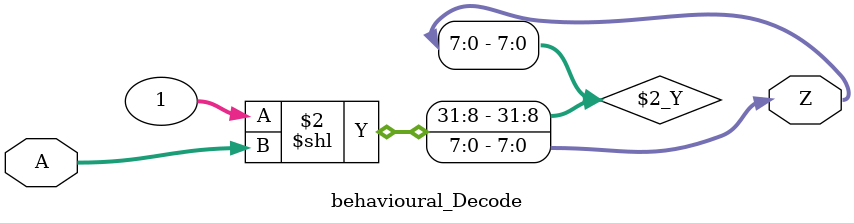
<source format=sv>

function automatic integer log2floor;
    input integer n;
    integer m;
    integer p;
    begin
        m = -1;
        p = 1;
        while (p <= n) begin
            m = m + 1;
            p = p * 2;
        end
        log2floor = m;
    end
endfunction


// Copyright 2024 ETH Zurich and University of Bologna.
// Solderpad Hardware License, Version 0.51, see LICENSE for details.
// SPDX-License-Identifier: SHL-0.51
//
// Based on the work by Reto Zimmermann 1998 - ETH Zürich
// Originally written in VHDL, available under: 
// https://iis-people.ee.ethz.ch/~zimmi/arith_lib.html#library
//
// Authors:
// - Thomas Benz <tbenz@iis.ee.ethz.ch>
// - Philippe Sauter <phsauter@iis.ee.ethz.ch>
// - Paul Scheffler <paulsc@iis.ee.ethz.ch>
//
// Description :
// Decodes a binary number into a vector with a '1' at the according position.
// Z = 1'b1 << A
// Examples: A = "101" -> Z = "00100000".

module Decode #(
	parameter int width = 8  // word width
) (
	input  logic [($clog2(width)-1):0] A,  // encoded input
	output logic [          width-1:0] Z   // output vector
);

	integer Aint;  // integer

	// type conversion: std_logic_vector -> integer
	assign Aint = A;

	// decoding
	for (genvar i = 0; i < width; i++) begin : dec
		assign Z[i] = (Aint == i) ? 1'b1 : 1'b0;
	end

endmodule



module behavioural_Decode #(
	parameter int width = 8  // word width
) (
	input  logic [($clog2(width)-1):0] A,  // encoded input
	output logic [          width-1:0] Z   // output vector
);
	assign Z = 1 << A;
endmodule

</source>
